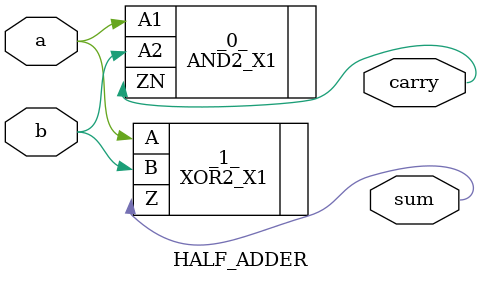
<source format=sv>
/* Generated by Yosys 0.55 (git sha1 60f126cd00c94892782470192d6c9f7abebe7c05, clang++ 16.0.0 -fPIC -O3) */

(* top =  1  *)
(* src = "half_adder.sv:1.1-6.10" *)
module HALF_ADDER(a, b, sum, carry);
  (* src = "half_adder.sv:1.31-1.32" *)
  input a;
  wire a;
  (* src = "half_adder.sv:1.46-1.47" *)
  input b;
  wire b;
  (* src = "half_adder.sv:1.80-1.85" *)
  output carry;
  wire carry;
  (* src = "half_adder.sv:1.62-1.65" *)
  output sum;
  wire sum;
  AND2_X1 _0_ (
    .A1(a),
    .A2(b),
    .ZN(carry)
  );
  XOR2_X1 _1_ (
    .A(a),
    .B(b),
    .Z(sum)
  );
endmodule

</source>
